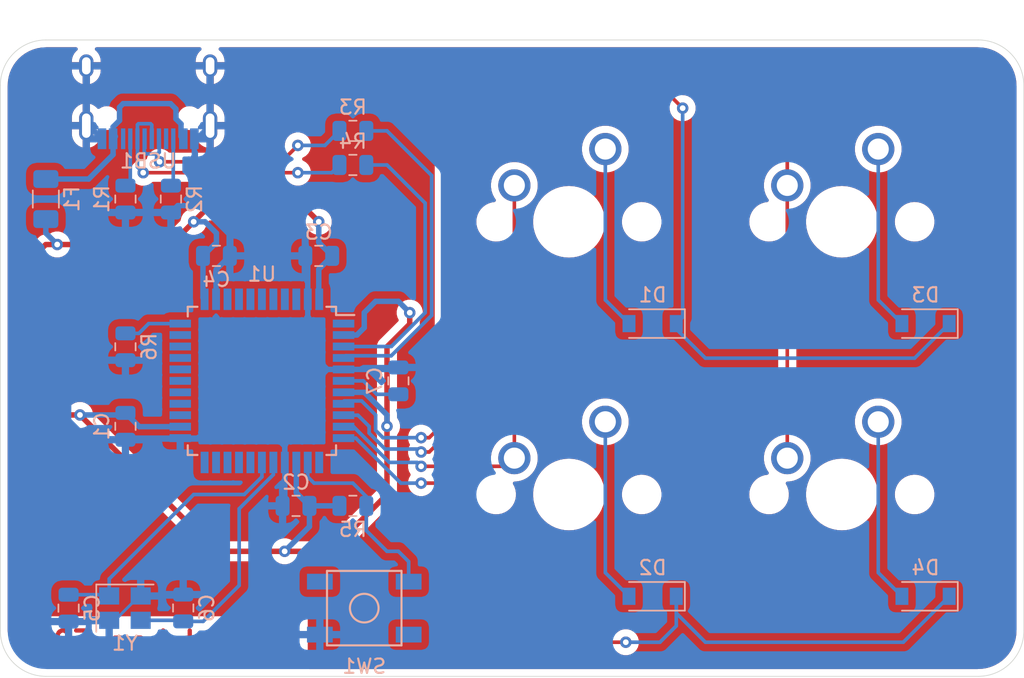
<source format=kicad_pcb>
(kicad_pcb (version 20200518) (host pcbnew "(5.99.0-1822-g1792479ca)")
  (layers (0 "F.Cu" signal) (31 "B.Cu" signal) (34 "B.Paste" user) (35 "F.Paste" user) (36 "B.SilkS" user) (37 "F.SilkS" user) (38 "B.Mask" user) (39 "F.Mask" user) (44 "Edge.Cuts" user))
  (net 0 "")
  (net 1 "GND")
  (net 2 "+5V")
  (net 3 "Net-(C5-Pad2)")
  (net 4 "Net-(C6-Pad1)")
  (net 5 "Net-(C7-Pad2)")
  (net 6 "Net-(D1-Pad2)")
  (net 7 "ROW0")
  (net 8 "Net-(D2-Pad2)")
  (net 9 "ROW1")
  (net 10 "Net-(D3-Pad2)")
  (net 11 "Net-(D4-Pad2)")
  (net 12 "VCC")
  (net 13 "COL0")
  (net 14 "COL1")
  (net 15 "Net-(R1-Pad1)")
  (net 16 "Net-(R2-Pad2)")
  (net 17 "D+")
  (net 18 "Net-(R3-Pad1)")
  (net 19 "D-")
  (net 20 "Net-(R4-Pad1)")
  (net 21 "Net-(R5-Pad2)")
  (net 22 "Net-(R6-Pad2)")
  (net 23 "Net-(U1-Pad42)")
  (net 24 "Net-(U1-Pad41)")
  (net 25 "Net-(U1-Pad40)")
  (net 26 "Net-(U1-Pad39)")
  (net 27 "Net-(U1-Pad38)")
  (net 28 "Net-(U1-Pad37)")
  (net 29 "Net-(U1-Pad36)")
  (net 30 "Net-(U1-Pad32)")
  (net 31 "Net-(U1-Pad31)")
  (net 32 "Net-(U1-Pad30)")
  (net 33 "Net-(U1-Pad29)")
  (net 34 "Net-(U1-Pad28)")
  (net 35 "Net-(U1-Pad27)")
  (net 36 "Net-(U1-Pad26)")
  (net 37 "Net-(U1-Pad25)")
  (net 38 "Net-(U1-Pad22)")
  (net 39 "Net-(U1-Pad21)")
  (net 40 "Net-(U1-Pad20)")
  (net 41 "Net-(U1-Pad19)")
  (net 42 "Net-(U1-Pad18)")
  (net 43 "Net-(U1-Pad12)")
  (net 44 "Net-(U1-Pad1)")
  (net 45 "Net-(USB1-Pad3)")
  (net 46 "Net-(USB1-Pad9)")
  (module "MX_Only:MXOnly-1U-NoLED" (layer "F.Cu") (at 193.675 117.475)
    (fp_text reference "MX4")
    (fp_text value "MX-NoLED")
    (pad "2" thru_hole circle (at 2.54 -5.08) (size 2.25 2.25) (drill 1.47) (layers *.Cu "B.Mask") (net 11 "Net-(D4-Pad2)"))
    (pad "" np_thru_hole circle (at 0 0) (size 3.9878 3.9878) (drill 3.9878) (layers *.Cu *.Mask))
    (pad "1" thru_hole circle (at -3.81 -2.54) (size 2.25 2.25) (drill 1.47) (layers *.Cu "B.Mask") (net 14 "COL1"))
    (pad "" np_thru_hole circle (at -5.08 0 48.0996) (size 1.75 1.75) (drill 1.75) (layers *.Cu *.Mask))
    (pad "" np_thru_hole circle (at 5.08 0 48.0996) (size 1.75 1.75) (drill 1.75) (layers *.Cu *.Mask))
  )
  (module "MX_Only:MXOnly-1U-NoLED" (layer "F.Cu") (at 193.675 98.425)
    (fp_text reference "MX3")
    (fp_text value "MX-NoLED")
    (pad "2" thru_hole circle (at 2.54 -5.08) (size 2.25 2.25) (drill 1.47) (layers *.Cu "B.Mask") (net 10 "Net-(D3-Pad2)"))
    (pad "" np_thru_hole circle (at 0 0) (size 3.9878 3.9878) (drill 3.9878) (layers *.Cu *.Mask))
    (pad "1" thru_hole circle (at -3.81 -2.54) (size 2.25 2.25) (drill 1.47) (layers *.Cu "B.Mask") (net 14 "COL1"))
    (pad "" np_thru_hole circle (at -5.08 0 48.0996) (size 1.75 1.75) (drill 1.75) (layers *.Cu *.Mask))
    (pad "" np_thru_hole circle (at 5.08 0 48.0996) (size 1.75 1.75) (drill 1.75) (layers *.Cu *.Mask))
  )
  (module "MX_Only:MXOnly-1U-NoLED" (layer "F.Cu") (at 174.625 117.475)
    (fp_text reference "MX2")
    (fp_text value "MX-NoLED")
    (pad "2" thru_hole circle (at 2.54 -5.08) (size 2.25 2.25) (drill 1.47) (layers *.Cu "B.Mask") (net 8 "Net-(D2-Pad2)"))
    (pad "" np_thru_hole circle (at 0 0) (size 3.9878 3.9878) (drill 3.9878) (layers *.Cu *.Mask))
    (pad "1" thru_hole circle (at -3.81 -2.54) (size 2.25 2.25) (drill 1.47) (layers *.Cu "B.Mask") (net 13 "COL0"))
    (pad "" np_thru_hole circle (at -5.08 0 48.0996) (size 1.75 1.75) (drill 1.75) (layers *.Cu *.Mask))
    (pad "" np_thru_hole circle (at 5.08 0 48.0996) (size 1.75 1.75) (drill 1.75) (layers *.Cu *.Mask))
  )
  (module "MX_Only:MXOnly-1U-NoLED" (layer "F.Cu") (at 174.625 98.425)
    (fp_text reference "MX1")
    (fp_text value "MX-NoLED")
    (pad "2" thru_hole circle (at 2.54 -5.08) (size 2.25 2.25) (drill 1.47) (layers *.Cu "B.Mask") (net 6 "Net-(D1-Pad2)"))
    (pad "" np_thru_hole circle (at 0 0) (size 3.9878 3.9878) (drill 3.9878) (layers *.Cu *.Mask))
    (pad "1" thru_hole circle (at -3.81 -2.54) (size 2.25 2.25) (drill 1.47) (layers *.Cu "B.Mask") (net 13 "COL0"))
    (pad "" np_thru_hole circle (at -5.08 0 48.0996) (size 1.75 1.75) (drill 1.75) (layers *.Cu *.Mask))
    (pad "" np_thru_hole circle (at 5.08 0 48.0996) (size 1.75 1.75) (drill 1.75) (layers *.Cu *.Mask))
  )
  (module "Crystal:Crystal_SMD_3225-4Pin_3.2x2.5mm" (layer "B.Cu") (at 143.633 125.4125)
    (fp_text reference "Y1" (at 0 2.45) (layer "B.SilkS") (effects (justify mirror)))
    (fp_text value "16MHz")
    (fp_line (start -2 -1.65) (end 2 -1.65) (layer "B.SilkS") (width 0.12))
    (fp_line (start -2 1.65) (end -2 -1.65) (layer "B.SilkS") (width 0.12))
    (pad "4" smd rect (at -1.1 0.85) (size 1.4 1.2) (layers "B.Cu" "B.Paste" "B.Mask") (net 1 "GND"))
    (pad "3" smd rect (at 1.1 0.85) (size 1.4 1.2) (layers "B.Cu" "B.Paste" "B.Mask") (net 4 "Net-(C6-Pad1)"))
    (pad "2" smd rect (at 1.1 -0.85) (size 1.4 1.2) (layers "B.Cu" "B.Paste" "B.Mask") (net 1 "GND"))
    (pad "1" smd rect (at -1.1 -0.85) (size 1.4 1.2) (layers "B.Cu" "B.Paste" "B.Mask") (net 3 "Net-(C5-Pad2)"))
  )
  (module "Type-C-library:HRO-TYPE-C-31-M-12" (layer "B.Cu") (at 145.25625 84.93125)
    (fp_text reference "USB1" (at 0 9.25) (layer "B.SilkS") (effects (justify mirror)))
    (fp_text value "HRO-TYPE-C-31-M-12")
    (pad "12" smd rect (at 3.225 7.695) (size 0.6 1.45) (layers "B.Cu" "B.Paste" "B.Mask") (net 1 "GND"))
    (pad "1" smd rect (at -3.225 7.695) (size 0.6 1.45) (layers "B.Cu" "B.Paste" "B.Mask") (net 1 "GND"))
    (pad "11" smd rect (at 2.45 7.695) (size 0.6 1.45) (layers "B.Cu" "B.Paste" "B.Mask") (net 12 "VCC"))
    (pad "2" smd rect (at -2.45 7.695) (size 0.6 1.45) (layers "B.Cu" "B.Paste" "B.Mask") (net 12 "VCC"))
    (pad "3" smd rect (at -1.75 7.695) (size 0.3 1.45) (layers "B.Cu" "B.Paste" "B.Mask") (net 45 "Net-(USB1-Pad3)"))
    (pad "10" smd rect (at 1.75 7.695) (size 0.3 1.45) (layers "B.Cu" "B.Paste" "B.Mask") (net 16 "Net-(R2-Pad2)"))
    (pad "4" smd rect (at -1.25 7.695) (size 0.3 1.45) (layers "B.Cu" "B.Paste" "B.Mask") (net 15 "Net-(R1-Pad1)"))
    (pad "9" smd rect (at 1.25 7.695) (size 0.3 1.45) (layers "B.Cu" "B.Paste" "B.Mask") (net 46 "Net-(USB1-Pad9)"))
    (pad "5" smd rect (at -0.75 7.695) (size 0.3 1.45) (layers "B.Cu" "B.Paste" "B.Mask") (net 19 "D-"))
    (pad "8" smd rect (at 0.75 7.695) (size 0.3 1.45) (layers "B.Cu" "B.Paste" "B.Mask") (net 17 "D+"))
    (pad "7" smd rect (at 0.25 7.695) (size 0.3 1.45) (layers "B.Cu" "B.Paste" "B.Mask") (net 19 "D-"))
    (pad "6" smd rect (at -0.25 7.695) (size 0.3 1.45) (layers "B.Cu" "B.Paste" "B.Mask") (net 17 "D+"))
    (pad "" np_thru_hole circle (at 2.89 6.25) (size 0.65 0.65) (drill 0.65) (layers *.Cu *.Mask))
    (pad "" np_thru_hole circle (at -2.89 6.25) (size 0.65 0.65) (drill 0.65) (layers *.Cu *.Mask))
    (pad "13" thru_hole oval (at -4.32 6.78) (size 1 2.1) (drill oval 0.6 1.7) (layers *.Cu "F.Mask") (net 1 "GND"))
    (pad "13" thru_hole oval (at 4.32 6.78) (size 1 2.1) (drill oval 0.6 1.7) (layers *.Cu "F.Mask") (net 1 "GND"))
    (pad "13" thru_hole oval (at -4.32 2.6) (size 1 1.6) (drill oval 0.6 1.2) (layers *.Cu "F.Mask") (net 1 "GND"))
    (pad "13" thru_hole oval (at 4.32 2.6) (size 1 1.6) (drill oval 0.6 1.2) (layers *.Cu "F.Mask") (net 1 "GND"))
  )
  (module "Package_QFP:TQFP-44_10x10mm_P0.8mm" (layer "B.Cu") (at 153.19375 109.5375 180)
    (fp_text reference "U1" (at 0 7.45) (layer "B.SilkS") (effects (justify mirror)))
    (fp_text value "ATmega32U4-AU")
    (fp_line (start -5.175 4.6) (end -6.45 4.6) (layer "B.SilkS") (width 0.15))
    (fp_line (start 5.175 5.175) (end 4.5 5.175) (layer "B.SilkS") (width 0.15))
    (fp_line (start 5.175 -5.175) (end 4.5 -5.175) (layer "B.SilkS") (width 0.15))
    (fp_line (start -5.175 -5.175) (end -4.5 -5.175) (layer "B.SilkS") (width 0.15))
    (fp_line (start -5.175 5.175) (end -4.5 5.175) (layer "B.SilkS") (width 0.15))
    (fp_line (start -5.175 -5.175) (end -5.175 -4.5) (layer "B.SilkS") (width 0.15))
    (fp_line (start 5.175 -5.175) (end 5.175 -4.5) (layer "B.SilkS") (width 0.15))
    (fp_line (start 5.175 5.175) (end 5.175 4.5) (layer "B.SilkS") (width 0.15))
    (fp_line (start -5.175 5.175) (end -5.175 4.6) (layer "B.SilkS") (width 0.15))
    (pad "44" smd rect (at -4 5.7 90) (size 1.5 0.55) (layers "B.Cu" "B.Paste" "B.Mask") (net 2 "+5V"))
    (pad "43" smd rect (at -3.2 5.7 90) (size 1.5 0.55) (layers "B.Cu" "B.Paste" "B.Mask") (net 1 "GND"))
    (pad "42" smd rect (at -2.4 5.7 90) (size 1.5 0.55) (layers "B.Cu" "B.Paste" "B.Mask") (net 23 "Net-(U1-Pad42)"))
    (pad "41" smd rect (at -1.6 5.7 90) (size 1.5 0.55) (layers "B.Cu" "B.Paste" "B.Mask") (net 24 "Net-(U1-Pad41)"))
    (pad "40" smd rect (at -0.8 5.7 90) (size 1.5 0.55) (layers "B.Cu" "B.Paste" "B.Mask") (net 25 "Net-(U1-Pad40)"))
    (pad "39" smd rect (at 0 5.7 90) (size 1.5 0.55) (layers "B.Cu" "B.Paste" "B.Mask") (net 26 "Net-(U1-Pad39)"))
    (pad "38" smd rect (at 0.8 5.7 90) (size 1.5 0.55) (layers "B.Cu" "B.Paste" "B.Mask") (net 27 "Net-(U1-Pad38)"))
    (pad "37" smd rect (at 1.6 5.7 90) (size 1.5 0.55) (layers "B.Cu" "B.Paste" "B.Mask") (net 28 "Net-(U1-Pad37)"))
    (pad "36" smd rect (at 2.4 5.7 90) (size 1.5 0.55) (layers "B.Cu" "B.Paste" "B.Mask") (net 29 "Net-(U1-Pad36)"))
    (pad "35" smd rect (at 3.2 5.7 90) (size 1.5 0.55) (layers "B.Cu" "B.Paste" "B.Mask") (net 1 "GND"))
    (pad "34" smd rect (at 4 5.7 90) (size 1.5 0.55) (layers "B.Cu" "B.Paste" "B.Mask") (net 2 "+5V"))
    (pad "33" smd rect (at 5.7 4 180) (size 1.5 0.55) (layers "B.Cu" "B.Paste" "B.Mask") (net 22 "Net-(R6-Pad2)"))
    (pad "32" smd rect (at 5.7 3.2 180) (size 1.5 0.55) (layers "B.Cu" "B.Paste" "B.Mask") (net 30 "Net-(U1-Pad32)"))
    (pad "31" smd rect (at 5.7 2.4 180) (size 1.5 0.55) (layers "B.Cu" "B.Paste" "B.Mask") (net 31 "Net-(U1-Pad31)"))
    (pad "30" smd rect (at 5.7 1.6 180) (size 1.5 0.55) (layers "B.Cu" "B.Paste" "B.Mask") (net 32 "Net-(U1-Pad30)"))
    (pad "29" smd rect (at 5.7 0.8 180) (size 1.5 0.55) (layers "B.Cu" "B.Paste" "B.Mask") (net 33 "Net-(U1-Pad29)"))
    (pad "28" smd rect (at 5.7 0 180) (size 1.5 0.55) (layers "B.Cu" "B.Paste" "B.Mask") (net 34 "Net-(U1-Pad28)"))
    (pad "27" smd rect (at 5.7 -0.8 180) (size 1.5 0.55) (layers "B.Cu" "B.Paste" "B.Mask") (net 35 "Net-(U1-Pad27)"))
    (pad "26" smd rect (at 5.7 -1.6 180) (size 1.5 0.55) (layers "B.Cu" "B.Paste" "B.Mask") (net 36 "Net-(U1-Pad26)"))
    (pad "25" smd rect (at 5.7 -2.4 180) (size 1.5 0.55) (layers "B.Cu" "B.Paste" "B.Mask") (net 37 "Net-(U1-Pad25)"))
    (pad "24" smd rect (at 5.7 -3.2 180) (size 1.5 0.55) (layers "B.Cu" "B.Paste" "B.Mask") (net 2 "+5V"))
    (pad "23" smd rect (at 5.7 -4 180) (size 1.5 0.55) (layers "B.Cu" "B.Paste" "B.Mask") (net 1 "GND"))
    (pad "22" smd rect (at 4 -5.7 90) (size 1.5 0.55) (layers "B.Cu" "B.Paste" "B.Mask") (net 38 "Net-(U1-Pad22)"))
    (pad "21" smd rect (at 3.2 -5.7 90) (size 1.5 0.55) (layers "B.Cu" "B.Paste" "B.Mask") (net 39 "Net-(U1-Pad21)"))
    (pad "20" smd rect (at 2.4 -5.7 90) (size 1.5 0.55) (layers "B.Cu" "B.Paste" "B.Mask") (net 40 "Net-(U1-Pad20)"))
    (pad "19" smd rect (at 1.6 -5.7 90) (size 1.5 0.55) (layers "B.Cu" "B.Paste" "B.Mask") (net 41 "Net-(U1-Pad19)"))
    (pad "18" smd rect (at 0.8 -5.7 90) (size 1.5 0.55) (layers "B.Cu" "B.Paste" "B.Mask") (net 42 "Net-(U1-Pad18)"))
    (pad "17" smd rect (at 0 -5.7 90) (size 1.5 0.55) (layers "B.Cu" "B.Paste" "B.Mask") (net 3 "Net-(C5-Pad2)"))
    (pad "16" smd rect (at -0.8 -5.7 90) (size 1.5 0.55) (layers "B.Cu" "B.Paste" "B.Mask") (net 4 "Net-(C6-Pad1)"))
    (pad "15" smd rect (at -1.6 -5.7 90) (size 1.5 0.55) (layers "B.Cu" "B.Paste" "B.Mask") (net 1 "GND"))
    (pad "14" smd rect (at -2.4 -5.7 90) (size 1.5 0.55) (layers "B.Cu" "B.Paste" "B.Mask") (net 2 "+5V"))
    (pad "13" smd rect (at -3.2 -5.7 90) (size 1.5 0.55) (layers "B.Cu" "B.Paste" "B.Mask") (net 21 "Net-(R5-Pad2)"))
    (pad "12" smd rect (at -4 -5.7 90) (size 1.5 0.55) (layers "B.Cu" "B.Paste" "B.Mask") (net 43 "Net-(U1-Pad12)"))
    (pad "11" smd rect (at -5.7 -4 180) (size 1.5 0.55) (layers "B.Cu" "B.Paste" "B.Mask") (net 9 "ROW1"))
    (pad "10" smd rect (at -5.7 -3.2 180) (size 1.5 0.55) (layers "B.Cu" "B.Paste" "B.Mask") (net 13 "COL0"))
    (pad "9" smd rect (at -5.7 -2.4 180) (size 1.5 0.55) (layers "B.Cu" "B.Paste" "B.Mask") (net 7 "ROW0"))
    (pad "8" smd rect (at -5.7 -1.6 180) (size 1.5 0.55) (layers "B.Cu" "B.Paste" "B.Mask") (net 14 "COL1"))
    (pad "7" smd rect (at -5.7 -0.8 180) (size 1.5 0.55) (layers "B.Cu" "B.Paste" "B.Mask") (net 2 "+5V"))
    (pad "6" smd rect (at -5.7 0 180) (size 1.5 0.55) (layers "B.Cu" "B.Paste" "B.Mask") (net 5 "Net-(C7-Pad2)"))
    (pad "5" smd rect (at -5.7 0.8 180) (size 1.5 0.55) (layers "B.Cu" "B.Paste" "B.Mask") (net 1 "GND"))
    (pad "4" smd rect (at -5.7 1.6 180) (size 1.5 0.55) (layers "B.Cu" "B.Paste" "B.Mask") (net 18 "Net-(R3-Pad1)"))
    (pad "3" smd rect (at -5.7 2.4 180) (size 1.5 0.55) (layers "B.Cu" "B.Paste" "B.Mask") (net 20 "Net-(R4-Pad1)"))
    (pad "2" smd rect (at -5.7 3.2 180) (size 1.5 0.55) (layers "B.Cu" "B.Paste" "B.Mask") (net 2 "+5V"))
    (pad "1" smd rect (at -5.7 4 180) (size 1.5 0.55) (layers "B.Cu" "B.Paste" "B.Mask") (net 44 "Net-(U1-Pad1)"))
  )
  (module "random keyboard parts:SKQG-1155865" (layer "B.Cu") (at 160.3375 125.4125 180)
    (fp_text reference "SW1" (at 0 -4.064) (layer "B.SilkS") (effects (justify mirror)))
    (fp_text value "SW_Push")
    (fp_line (start -2.6 2.6) (end 2.6 2.6) (layer "B.SilkS") (width 0.15))
    (fp_line (start 2.6 2.6) (end 2.6 -2.6) (layer "B.SilkS") (width 0.15))
    (fp_line (start 2.6 -2.6) (end -2.6 -2.6) (layer "B.SilkS") (width 0.15))
    (fp_line (start -2.6 -2.6) (end -2.6 2.6) (layer "B.SilkS") (width 0.15))
    (fp_circle (center 0 0) (end 1 0) (layer "B.SilkS") (width 0.15))
    (pad "4" smd rect (at -3.1 -1.85 180) (size 1.8 1.1) (layers "B.Cu" "B.Paste" "B.Mask"))
    (pad "3" smd rect (at 3.1 1.85 180) (size 1.8 1.1) (layers "B.Cu" "B.Paste" "B.Mask"))
    (pad "2" smd rect (at -3.1 1.85 180) (size 1.8 1.1) (layers "B.Cu" "B.Paste" "B.Mask") (net 21 "Net-(R5-Pad2)"))
    (pad "1" smd rect (at 3.1 -1.85 180) (size 1.8 1.1) (layers "B.Cu" "B.Paste" "B.Mask") (net 1 "GND"))
  )
  (module "Resistor_SMD:R_0805_2012Metric" (layer "B.Cu") (at 143.66875 107.15625 90)
    (fp_text reference "R6" (at 0 1.65 90) (layer "B.SilkS") (effects (justify mirror)))
    (fp_text value "10k")
    (fp_line (start -0.258578 -0.71) (end 0.258578 -0.71) (layer "B.SilkS") (width 0.12))
    (fp_line (start -0.258578 0.71) (end 0.258578 0.71) (layer "B.SilkS") (width 0.12))
    (pad "2" smd roundrect (at 0.9375 0 90) (size 0.975 1.4) (layers "B.Cu" "B.Paste" "B.Mask") (net 22 "Net-(R6-Pad2)"))
    (pad "1" smd roundrect (at -0.9375 0 90) (size 0.975 1.4) (layers "B.Cu" "B.Paste" "B.Mask") (net 1 "GND"))
  )
  (module "Resistor_SMD:R_0805_2012Metric" (layer "B.Cu") (at 159.54375 118.26875)
    (fp_text reference "R5" (at 0 1.65) (layer "B.SilkS") (effects (justify mirror)))
    (fp_text value "10k")
    (fp_line (start -0.258578 -0.71) (end 0.258578 -0.71) (layer "B.SilkS") (width 0.12))
    (fp_line (start -0.258578 0.71) (end 0.258578 0.71) (layer "B.SilkS") (width 0.12))
    (pad "2" smd roundrect (at 0.9375 0) (size 0.975 1.4) (layers "B.Cu" "B.Paste" "B.Mask") (net 21 "Net-(R5-Pad2)"))
    (pad "1" smd roundrect (at -0.9375 0) (size 0.975 1.4) (layers "B.Cu" "B.Paste" "B.Mask") (net 2 "+5V"))
  )
  (module "Resistor_SMD:R_0805_2012Metric" (layer "B.Cu") (at 159.54375 94.45625 180)
    (fp_text reference "R4" (at 0 1.65) (layer "B.SilkS") (effects (justify mirror)))
    (fp_text value "22")
    (fp_line (start -0.258578 -0.71) (end 0.258578 -0.71) (layer "B.SilkS") (width 0.12))
    (fp_line (start -0.258578 0.71) (end 0.258578 0.71) (layer "B.SilkS") (width 0.12))
    (pad "2" smd roundrect (at 0.9375 0 180) (size 0.975 1.4) (layers "B.Cu" "B.Paste" "B.Mask") (net 19 "D-"))
    (pad "1" smd roundrect (at -0.9375 0 180) (size 0.975 1.4) (layers "B.Cu" "B.Paste" "B.Mask") (net 20 "Net-(R4-Pad1)"))
  )
  (module "Resistor_SMD:R_0805_2012Metric" (layer "B.Cu") (at 159.54375 92.075 180)
    (fp_text reference "R3" (at 0 1.65) (layer "B.SilkS") (effects (justify mirror)))
    (fp_text value "22")
    (fp_line (start -0.258578 -0.71) (end 0.258578 -0.71) (layer "B.SilkS") (width 0.12))
    (fp_line (start -0.258578 0.71) (end 0.258578 0.71) (layer "B.SilkS") (width 0.12))
    (pad "2" smd roundrect (at 0.9375 0 180) (size 0.975 1.4) (layers "B.Cu" "B.Paste" "B.Mask") (net 17 "D+"))
    (pad "1" smd roundrect (at -0.9375 0 180) (size 0.975 1.4) (layers "B.Cu" "B.Paste" "B.Mask") (net 18 "Net-(R3-Pad1)"))
  )
  (module "Resistor_SMD:R_0805_2012Metric" (layer "B.Cu") (at 146.84375 96.8375 90)
    (fp_text reference "R2" (at 0 1.65 90) (layer "B.SilkS") (effects (justify mirror)))
    (fp_text value "5.1k")
    (fp_line (start -0.258578 -0.71) (end 0.258578 -0.71) (layer "B.SilkS") (width 0.12))
    (fp_line (start -0.258578 0.71) (end 0.258578 0.71) (layer "B.SilkS") (width 0.12))
    (pad "2" smd roundrect (at 0.9375 0 90) (size 0.975 1.4) (layers "B.Cu" "B.Paste" "B.Mask") (net 16 "Net-(R2-Pad2)"))
    (pad "1" smd roundrect (at -0.9375 0 90) (size 0.975 1.4) (layers "B.Cu" "B.Paste" "B.Mask") (net 1 "GND"))
  )
  (module "Resistor_SMD:R_0805_2012Metric" (layer "B.Cu") (at 143.66875 96.8375 -90)
    (fp_text reference "R1" (at 0 1.65 90) (layer "B.SilkS") (effects (justify mirror)))
    (fp_text value "5.1k")
    (fp_line (start -0.258578 -0.71) (end 0.258578 -0.71) (layer "B.SilkS") (width 0.12))
    (fp_line (start -0.258578 0.71) (end 0.258578 0.71) (layer "B.SilkS") (width 0.12))
    (pad "2" smd roundrect (at 0.9375 0 270) (size 0.975 1.4) (layers "B.Cu" "B.Paste" "B.Mask") (net 1 "GND"))
    (pad "1" smd roundrect (at -0.9375 0 270) (size 0.975 1.4) (layers "B.Cu" "B.Paste" "B.Mask") (net 15 "Net-(R1-Pad1)"))
  )
  (module "Fuse:Fuse_1206_3216Metric" (layer "B.Cu") (at 138.1125 96.8375 90)
    (fp_text reference "F1" (at 0 1.82 90) (layer "B.SilkS") (effects (justify mirror)))
    (fp_text value "500mA")
    (fp_line (start -0.602064 -0.91) (end 0.602064 -0.91) (layer "B.SilkS") (width 0.12))
    (fp_line (start -0.602064 0.91) (end 0.602064 0.91) (layer "B.SilkS") (width 0.12))
    (pad "2" smd roundrect (at 1.4 0 90) (size 1.25 1.75) (layers "B.Cu" "B.Paste" "B.Mask") (roundrect_rratio 0.2) (net 12 "VCC"))
    (pad "1" smd roundrect (at -1.4 0 90) (size 1.25 1.75) (layers "B.Cu" "B.Paste" "B.Mask") (roundrect_rratio 0.2) (net 2 "+5V"))
  )
  (module "Diode_SMD:D_SOD-123" (layer "B.Cu") (at 199.517 124.587 180)
    (fp_text reference "D4" (at 0 2) (layer "B.SilkS") (effects (justify mirror)))
    (fp_text value "SOD-123")
    (fp_line (start -2.25 1) (end 1.65 1) (layer "B.SilkS") (width 0.12))
    (fp_line (start -2.25 -1) (end 1.65 -1) (layer "B.SilkS") (width 0.12))
    (fp_line (start -2.25 1) (end -2.25 -1) (layer "B.SilkS") (width 0.12))
    (pad "2" smd rect (at 1.65 0 180) (size 0.9 1.2) (layers "B.Cu" "B.Paste" "B.Mask") (net 11 "Net-(D4-Pad2)"))
    (pad "1" smd rect (at -1.65 0 180) (size 0.9 1.2) (layers "B.Cu" "B.Paste" "B.Mask") (net 9 "ROW1"))
  )
  (module "Diode_SMD:D_SOD-123" (layer "B.Cu") (at 199.516 105.537 180)
    (fp_text reference "D3" (at 0 2) (layer "B.SilkS") (effects (justify mirror)))
    (fp_text value "SOD-123")
    (fp_line (start -2.25 1) (end 1.65 1) (layer "B.SilkS") (width 0.12))
    (fp_line (start -2.25 -1) (end 1.65 -1) (layer "B.SilkS") (width 0.12))
    (fp_line (start -2.25 1) (end -2.25 -1) (layer "B.SilkS") (width 0.12))
    (pad "2" smd rect (at 1.65 0 180) (size 0.9 1.2) (layers "B.Cu" "B.Paste" "B.Mask") (net 10 "Net-(D3-Pad2)"))
    (pad "1" smd rect (at -1.65 0 180) (size 0.9 1.2) (layers "B.Cu" "B.Paste" "B.Mask") (net 7 "ROW0"))
  )
  (module "Diode_SMD:D_SOD-123" (layer "B.Cu") (at 180.467 124.587 180)
    (fp_text reference "D2" (at 0 2) (layer "B.SilkS") (effects (justify mirror)))
    (fp_text value "SOD-123")
    (fp_line (start -2.25 1) (end 1.65 1) (layer "B.SilkS") (width 0.12))
    (fp_line (start -2.25 -1) (end 1.65 -1) (layer "B.SilkS") (width 0.12))
    (fp_line (start -2.25 1) (end -2.25 -1) (layer "B.SilkS") (width 0.12))
    (pad "2" smd rect (at 1.65 0 180) (size 0.9 1.2) (layers "B.Cu" "B.Paste" "B.Mask") (net 8 "Net-(D2-Pad2)"))
    (pad "1" smd rect (at -1.65 0 180) (size 0.9 1.2) (layers "B.Cu" "B.Paste" "B.Mask") (net 9 "ROW1"))
  )
  (module "Diode_SMD:D_SOD-123" (layer "B.Cu") (at 180.467 105.537 180)
    (fp_text reference "D1" (at 0 2) (layer "B.SilkS") (effects (justify mirror)))
    (fp_text value "SOD-123")
    (fp_line (start -2.25 1) (end 1.65 1) (layer "B.SilkS") (width 0.12))
    (fp_line (start -2.25 -1) (end 1.65 -1) (layer "B.SilkS") (width 0.12))
    (fp_line (start -2.25 1) (end -2.25 -1) (layer "B.SilkS") (width 0.12))
    (pad "2" smd rect (at 1.65 0 180) (size 0.9 1.2) (layers "B.Cu" "B.Paste" "B.Mask") (net 6 "Net-(D1-Pad2)"))
    (pad "1" smd rect (at -1.65 0 180) (size 0.9 1.2) (layers "B.Cu" "B.Paste" "B.Mask") (net 7 "ROW0"))
  )
  (module "Capacitor_SMD:C_0805_2012Metric" (layer "B.Cu") (at 162.71875 109.5375 -90)
    (fp_text reference "C7" (at 0 1.65 90) (layer "B.SilkS") (effects (justify mirror)))
    (fp_text value "1uF")
    (fp_line (start -0.258578 -0.71) (end 0.258578 -0.71) (layer "B.SilkS") (width 0.12))
    (fp_line (start -0.258578 0.71) (end 0.258578 0.71) (layer "B.SilkS") (width 0.12))
    (pad "2" smd roundrect (at 0.9375 0 270) (size 0.975 1.4) (layers "B.Cu" "B.Paste" "B.Mask") (net 5 "Net-(C7-Pad2)"))
    (pad "1" smd roundrect (at -0.9375 0 270) (size 0.975 1.4) (layers "B.Cu" "B.Paste" "B.Mask") (net 1 "GND"))
  )
  (module "Capacitor_SMD:C_0805_2012Metric" (layer "B.Cu") (at 147.701 125.4005 90)
    (fp_text reference "C6" (at 0 1.65 90) (layer "B.SilkS") (effects (justify mirror)))
    (fp_text value "22pF")
    (fp_line (start -0.258578 -0.71) (end 0.258578 -0.71) (layer "B.SilkS") (width 0.12))
    (fp_line (start -0.258578 0.71) (end 0.258578 0.71) (layer "B.SilkS") (width 0.12))
    (pad "2" smd roundrect (at 0.9375 0 90) (size 0.975 1.4) (layers "B.Cu" "B.Paste" "B.Mask") (net 1 "GND"))
    (pad "1" smd roundrect (at -0.9375 0 90) (size 0.975 1.4) (layers "B.Cu" "B.Paste" "B.Mask") (net 4 "Net-(C6-Pad1)"))
  )
  (module "Capacitor_SMD:C_0805_2012Metric" (layer "B.Cu") (at 139.7 125.4125 90)
    (fp_text reference "C5" (at 0 1.65 90) (layer "B.SilkS") (effects (justify mirror)))
    (fp_text value "22pF")
    (fp_line (start -0.258578 -0.71) (end 0.258578 -0.71) (layer "B.SilkS") (width 0.12))
    (fp_line (start -0.258578 0.71) (end 0.258578 0.71) (layer "B.SilkS") (width 0.12))
    (pad "2" smd roundrect (at 0.9375 0 90) (size 0.975 1.4) (layers "B.Cu" "B.Paste" "B.Mask") (net 3 "Net-(C5-Pad2)"))
    (pad "1" smd roundrect (at -0.9375 0 90) (size 0.975 1.4) (layers "B.Cu" "B.Paste" "B.Mask") (net 1 "GND"))
  )
  (module "Capacitor_SMD:C_0805_2012Metric" (layer "B.Cu") (at 150.01875 100.80625)
    (fp_text reference "C4" (at 0 1.65) (layer "B.SilkS") (effects (justify mirror)))
    (fp_text value "10uF")
    (fp_line (start -0.258578 -0.71) (end 0.258578 -0.71) (layer "B.SilkS") (width 0.12))
    (fp_line (start -0.258578 0.71) (end 0.258578 0.71) (layer "B.SilkS") (width 0.12))
    (pad "2" smd roundrect (at 0.9375 0) (size 0.975 1.4) (layers "B.Cu" "B.Paste" "B.Mask") (net 1 "GND"))
    (pad "1" smd roundrect (at -0.9375 0) (size 0.975 1.4) (layers "B.Cu" "B.Paste" "B.Mask") (net 2 "+5V"))
  )
  (module "Capacitor_SMD:C_0805_2012Metric" (layer "B.Cu") (at 157.1625 100.80625 180)
    (fp_text reference "C3" (at 0 1.65) (layer "B.SilkS") (effects (justify mirror)))
    (fp_text value "0.1uF")
    (fp_line (start -0.258578 -0.71) (end 0.258578 -0.71) (layer "B.SilkS") (width 0.12))
    (fp_line (start -0.258578 0.71) (end 0.258578 0.71) (layer "B.SilkS") (width 0.12))
    (pad "2" smd roundrect (at 0.9375 0 180) (size 0.975 1.4) (layers "B.Cu" "B.Paste" "B.Mask") (net 1 "GND"))
    (pad "1" smd roundrect (at -0.9375 0 180) (size 0.975 1.4) (layers "B.Cu" "B.Paste" "B.Mask") (net 2 "+5V"))
  )
  (module "Capacitor_SMD:C_0805_2012Metric" (layer "B.Cu") (at 155.575 118.26875 180)
    (fp_text reference "C2" (at 0 1.65) (layer "B.SilkS") (effects (justify mirror)))
    (fp_text value "0.1uF")
    (fp_line (start -0.258578 -0.71) (end 0.258578 -0.71) (layer "B.SilkS") (width 0.12))
    (fp_line (start -0.258578 0.71) (end 0.258578 0.71) (layer "B.SilkS") (width 0.12))
    (pad "2" smd roundrect (at 0.9375 0 180) (size 0.975 1.4) (layers "B.Cu" "B.Paste" "B.Mask") (net 1 "GND"))
    (pad "1" smd roundrect (at -0.9375 0 180) (size 0.975 1.4) (layers "B.Cu" "B.Paste" "B.Mask") (net 2 "+5V"))
  )
  (module "Capacitor_SMD:C_0805_2012Metric" (layer "B.Cu") (at 143.66875 112.7125 -90)
    (fp_text reference "C1" (at 0 1.65 90) (layer "B.SilkS") (effects (justify mirror)))
    (fp_text value "0.1uF")
    (fp_line (start -0.258578 -0.71) (end 0.258578 -0.71) (layer "B.SilkS") (width 0.12))
    (fp_line (start -0.258578 0.71) (end 0.258578 0.71) (layer "B.SilkS") (width 0.12))
    (pad "2" smd roundrect (at 0.9375 0 270) (size 0.975 1.4) (layers "B.Cu" "B.Paste" "B.Mask") (net 1 "GND"))
    (pad "1" smd roundrect (at -0.9375 0 270) (size 0.975 1.4) (layers "B.Cu" "B.Paste" "B.Mask") (net 2 "+5V"))
  )
  (gr_text "ai03 pad type-c" (at 146.05 127.79375) (layer "F.Cu") (effects (font (size 1.5 1.5) (thickness 0.3))))
  (gr_line (start 138.1125 85.725) (end 203.2 85.725) (layer "Edge.Cuts") (width 0.05))
  (gr_line (start 206.375 127) (end 206.375 88.9) (layer "Edge.Cuts") (width 0.05))
  (gr_line (start 138.1125 130.175) (end 203.2 130.175) (layer "Edge.Cuts") (width 0.05))
  (gr_line (start 134.9375 88.9) (end 134.9375 127) (layer "Edge.Cuts") (width 0.05))
  (gr_arc (start 138.1125 88.9) (end 138.1125 85.725) (angle -90) (layer "Edge.Cuts") (width 0.05))
  (gr_arc (start 138.1125 127) (end 134.9375 127) (angle -90) (layer "Edge.Cuts") (width 0.05))
  (gr_arc (start 203.2 127) (end 203.2 130.175) (angle -90) (layer "Edge.Cuts") (width 0.05))
  (gr_arc (start 203.2 88.9) (end 206.375 88.9) (angle -90) (layer "Edge.Cuts") (width 0.05))
  (segment (start 165.89375 116.68125) (end 168.275 119.0625) (width 0.254) (layer "F.Cu") (net 9))
  (segment (start 169.8625 127.79375) (end 178.59375 127.79375) (width 0.254) (layer "F.Cu") (net 9))
  (segment (start 168.275 126.20625) (end 169.8625 127.79375) (width 0.254) (layer "F.Cu") (net 9))
  (segment (start 178.59375 127.79375) (end 180.975 127.79375) (width 0.254) (layer "B.Cu") (net 9))
  (segment (start 168.275 119.0625) (end 168.275 126.20625) (width 0.254) (layer "F.Cu") (net 9))
  (segment (start 164.30625 116.68125) (end 165.89375 116.68125) (width 0.254) (layer "F.Cu") (net 9))
  (segment (start 182.117 124.587) (end 182.117 125.06425) (width 0.25) (layer "B.Cu") (net 9))
  (segment (start 182.117 125.06425) (end 182.117 125.76075) (width 0.25) (layer "B.Cu") (net 9))
  (segment (start 180.975 127.79375) (end 182.117 126.65175) (width 0.254) (layer "B.Cu") (net 9))
  (segment (start 182.117 126.65175) (end 182.117 125.06425) (width 0.254) (layer "B.Cu") (net 9))
  (via (at 178.59375 127.79375) (size 0.8) (drill 0.4) (layers "F.Cu" "B.Cu") (net 9))
  (segment (start 164.30625 115.506256) (end 170.243744 115.506256) (width 0.254) (layer "F.Cu") (net 13))
  (segment (start 170.243744 115.506256) (end 170.815 114.935) (width 0.254) (layer "F.Cu") (net 13))
  (segment (start 166.6875 89.69375) (end 167.48125 88.9) (width 0.254) (layer "F.Cu") (net 7))
  (segment (start 164.30625 114.506253) (end 164.871935 114.506253) (width 0.254) (layer "F.Cu") (net 7))
  (segment (start 167.48125 88.9) (end 180.975 88.9) (width 0.254) (layer "F.Cu") (net 7))
  (segment (start 164.871935 114.506253) (end 166.6875 112.690688) (width 0.254) (layer "F.Cu") (net 7))
  (segment (start 166.6875 112.690688) (end 166.6875 89.69375) (width 0.254) (layer "F.Cu") (net 7))
  (segment (start 180.975 88.9) (end 182.5625 90.4875) (width 0.254) (layer "F.Cu") (net 7))
  (via (at 182.5625 90.4875) (size 0.8) (drill 0.4) (layers "F.Cu" "B.Cu") (net 7))
  (segment (start 182.5625 90.4875) (end 182.5625 105.0915) (width 0.254) (layer "B.Cu") (net 7))
  (segment (start 182.5625 105.0915) (end 182.117 105.537) (width 0.254) (layer "B.Cu") (net 7))
  (segment (start 164.30625 113.50625) (end 164.871935 113.50625) (width 0.254) (layer "F.Cu") (net 14))
  (segment (start 165.89375 89.69375) (end 167.48125 88.10625) (width 0.254) (layer "F.Cu") (net 14))
  (segment (start 165.89375 112.484435) (end 165.89375 89.69375) (width 0.254) (layer "F.Cu") (net 14))
  (segment (start 164.871935 113.50625) (end 165.89375 112.484435) (width 0.254) (layer "F.Cu") (net 14))
  (segment (start 167.48125 88.10625) (end 188.9125 88.10625) (width 0.254) (layer "F.Cu") (net 14))
  (segment (start 188.9125 88.10625) (end 189.865 89.05875) (width 0.254) (layer "F.Cu") (net 14))
  (segment (start 189.865 89.05875) (end 189.865 95.885) (width 0.254) (layer "F.Cu") (net 14))
  (segment (start 162.891589 116.68125) (end 164.30625 116.68125) (width 0.254) (layer "B.Cu") (net 9))
  (via (at 164.30625 116.68125) (size 0.8) (drill 0.4) (layers "F.Cu" "B.Cu") (net 9))
  (segment (start 159.575 113.5375) (end 159.747839 113.5375) (width 0.254) (layer "B.Cu") (net 9))
  (segment (start 159.747839 113.5375) (end 162.891589 116.68125) (width 0.254) (layer "B.Cu") (net 9))
  (segment (start 158.89375 113.5375) (end 159.575 113.5375) (width 0.254) (layer "B.Cu") (net 9))
  (segment (start 164.033248 115.233254) (end 164.30625 115.506256) (width 0.254) (layer "B.Cu") (net 13))
  (via (at 164.30625 115.506256) (size 0.8) (drill 0.4) (layers "F.Cu" "B.Cu") (net 13))
  (segment (start 162.085659 115.233254) (end 164.033248 115.233254) (width 0.254) (layer "B.Cu") (net 13))
  (segment (start 158.89375 112.7375) (end 159.589905 112.7375) (width 0.254) (layer "B.Cu") (net 13))
  (segment (start 159.589905 112.7375) (end 162.085659 115.233254) (width 0.254) (layer "B.Cu") (net 13))
  (segment (start 160.67724 113.182768) (end 161.794472 114.3) (width 0.254) (layer "B.Cu") (net 7))
  (segment (start 158.89375 111.9375) (end 159.89775 111.9375) (width 0.254) (layer "B.Cu") (net 7))
  (segment (start 159.89775 111.9375) (end 160.67724 112.71699) (width 0.254) (layer "B.Cu") (net 7))
  (segment (start 164.099997 114.3) (end 164.30625 114.506253) (width 0.254) (layer "B.Cu") (net 7))
  (segment (start 160.67724 112.71699) (end 160.67724 113.182768) (width 0.254) (layer "B.Cu") (net 7))
  (segment (start 161.794472 114.3) (end 164.099997 114.3) (width 0.254) (layer "B.Cu") (net 7))
  (via (at 164.30625 114.506253) (size 0.8) (drill 0.4) (layers "F.Cu" "B.Cu") (net 7))
  (segment (start 158.935499 110.939501) (end 160.152001 110.939501) (width 0.254) (layer "B.Cu") (net 14))
  (segment (start 158.89375 110.98125) (end 158.935499 110.939501) (width 0.254) (layer "B.Cu") (net 14))
  (segment (start 161.13125 112.994712) (end 161.642788 113.50625) (width 0.254) (layer "B.Cu") (net 14))
  (segment (start 161.642788 113.50625) (end 164.30625 113.50625) (width 0.254) (layer "B.Cu") (net 14))
  (segment (start 160.152001 110.939501) (end 161.13125 111.91875) (width 0.254) (layer "B.Cu") (net 14))
  (segment (start 158.89375 111.1375) (end 158.89375 110.98125) (width 0.254) (layer "B.Cu") (net 14))
  (segment (start 161.13125 111.91875) (end 161.13125 112.994712) (width 0.254) (layer "B.Cu") (net 14))
  (via (at 164.30625 113.50625) (size 0.8) (drill 0.4) (layers "F.Cu" "B.Cu") (net 14))
  (segment (start 150.95625 100.80625) (end 156.225 100.80625) (width 0.381) (layer "B.Cu") (net 1))
  (segment (start 148.601477 97.293477) (end 148.915149 97.293477) (width 0.381) (layer "B.Cu") (net 1))
  (segment (start 147.325273 97.293477) (end 148.601477 97.293477) (width 0.381) (layer "B.Cu") (net 1))
  (segment (start 148.48125 92.62625) (end 148.48125 97.17325) (width 0.381) (layer "B.Cu") (net 1))
  (segment (start 148.48125 97.17325) (end 148.601477 97.293477) (width 0.381) (layer "B.Cu") (net 1))
  (segment (start 148.48125 92.62625) (end 148.66125 92.62625) (width 0.381) (layer "B.Cu") (net 1))
  (segment (start 148.66125 92.62625) (end 149.57625 91.71125) (width 0.381) (layer "B.Cu") (net 1))
  (segment (start 145.843749 93.678251) (end 145.917851 93.678251) (width 0.254) (layer "B.Cu") (net 17))
  (segment (start 154.559 94.234) (end 155.702 93.091) (width 0.254) (layer "F.Cu") (net 17))
  (segment (start 146.05 94.234) (end 154.559 94.234) (width 0.254) (layer "F.Cu") (net 17))
  (segment (start 145.843749 94.027749) (end 146.05 94.234) (width 0.254) (layer "B.Cu") (net 17))
  (segment (start 145.843749 93.678251) (end 145.843749 94.027749) (width 0.254) (layer "B.Cu") (net 17))
  (segment (start 145.094649 93.678251) (end 145.843749 93.678251) (width 0.254) (layer "B.Cu") (net 17))
  (segment (start 155.702 93.091) (end 157.59025 93.091) (width 0.254) (layer "B.Cu") (net 17))
  (segment (start 157.59025 93.091) (end 158.60625 92.075) (width 0.254) (layer "B.Cu") (net 17))
  (via (at 155.702 93.091) (size 0.8) (drill 0.4) (layers "F.Cu" "B.Cu") (net 17))
  (via (at 146.05 94.234) (size 0.8) (drill 0.4) (layers "F.Cu" "B.Cu") (net 17))
  (segment (start 144.50625 92.62625) (end 144.50625 94.59525) (width 0.254) (layer "B.Cu") (net 19))
  (segment (start 144.50625 94.59525) (end 144.907 94.996) (width 0.254) (layer "B.Cu") (net 19))
  (segment (start 144.907 94.996) (end 155.702 94.996) (width 0.254) (layer "F.Cu") (net 19))
  (segment (start 155.702 94.996) (end 158.0665 94.996) (width 0.254) (layer "B.Cu") (net 19))
  (segment (start 158.0665 94.996) (end 158.60625 94.45625) (width 0.254) (layer "B.Cu") (net 19))
  (via (at 144.907 94.996) (size 0.8) (drill 0.4) (layers "F.Cu" "B.Cu") (net 19))
  (via (at 155.702 94.996) (size 0.8) (drill 0.4) (layers "F.Cu" "B.Cu") (net 19))
  (segment (start 147.00625 92.62625) (end 147.00625 95.7375) (width 0.254) (layer "B.Cu") (net 16))
  (segment (start 147.00625 95.7375) (end 146.84375 95.9) (width 0.254) (layer "B.Cu") (net 16))
  (segment (start 144.00625 92.62625) (end 144.00625 95.5625) (width 0.254) (layer "B.Cu") (net 15))
  (segment (start 144.00625 95.5625) (end 143.66875 95.9) (width 0.254) (layer "B.Cu") (net 15))
  (segment (start 145.00625 92.62625) (end 144.99075 92.62625) (width 0.254) (layer "B.Cu") (net 17))
  (segment (start 144.983251 93.566853) (end 145.094649 93.678251) (width 0.254) (layer "B.Cu") (net 17))
  (segment (start 144.983251 92.633749) (end 144.983251 93.566853) (width 0.254) (layer "B.Cu") (net 17))
  (segment (start 145.917851 93.678251) (end 146.029249 93.566853) (width 0.254) (layer "B.Cu") (net 17))
  (segment (start 144.99075 92.62625) (end 144.983251 92.633749) (width 0.254) (layer "B.Cu") (net 17))
  (segment (start 146.029249 93.566853) (end 146.029249 92.649249) (width 0.254) (layer "B.Cu") (net 17))
  (segment (start 146.029249 92.649249) (end 146.00625 92.62625) (width 0.254) (layer "B.Cu") (net 17))
  (segment (start 144.50625 92.62625) (end 144.50625 91.64725) (width 0.254) (layer "B.Cu") (net 19))
  (segment (start 144.50625 91.64725) (end 144.579251 91.574249) (width 0.254) (layer "B.Cu") (net 19))
  (segment (start 144.579251 91.574249) (end 145.417851 91.574249) (width 0.254) (layer "B.Cu") (net 19))
  (segment (start 145.417851 91.574249) (end 145.50625 91.662648) (width 0.254) (layer "B.Cu") (net 19))
  (segment (start 145.50625 91.662648) (end 145.50625 92.62625) (width 0.254) (layer "B.Cu") (net 19))
  (segment (start 147.193 90.551) (end 147.193 91.235098) (width 0.381) (layer "B.Cu") (net 12))
  (segment (start 143.51 90.17) (end 146.685 90.17) (width 0.381) (layer "B.Cu") (net 12))
  (segment (start 146.685 90.17) (end 146.812 90.17) (width 0.381) (layer "B.Cu") (net 12))
  (segment (start 146.812 90.17) (end 147.193 90.551) (width 0.381) (layer "B.Cu") (net 12))
  (segment (start 142.80625 91.800192) (end 143.256 91.350442) (width 0.381) (layer "B.Cu") (net 12))
  (segment (start 143.256 90.424) (end 143.51 90.17) (width 0.381) (layer "B.Cu") (net 12))
  (segment (start 142.80625 92.62625) (end 142.80625 91.800192) (width 0.381) (layer "B.Cu") (net 12))
  (segment (start 143.256 91.350442) (end 143.256 90.424) (width 0.381) (layer "B.Cu") (net 12))
  (segment (start 147.193 91.235098) (end 147.546751 91.588849) (width 0.381) (layer "B.Cu") (net 12))
  (segment (start 147.546751 91.588849) (end 147.546751 92.466751) (width 0.381) (layer "B.Cu") (net 12))
  (segment (start 147.546751 92.466751) (end 147.70625 92.62625) (width 0.381) (layer "B.Cu") (net 12))
  (segment (start 158.89375 107.9375) (end 159.04576 107.78549) (width 0.254) (layer "B.Cu") (net 18))
  (segment (start 165.042472 104.963057) (end 165.042472 95.192472) (width 0.254) (layer "B.Cu") (net 18))
  (segment (start 159.04576 107.78549) (end 162.220039 107.785489) (width 0.254) (layer "B.Cu") (net 18))
  (segment (start 162.220039 107.785489) (end 165.042472 104.963057) (width 0.254) (layer "B.Cu") (net 18))
  (segment (start 165.042472 95.192472) (end 161.925 92.075) (width 0.254) (layer "B.Cu") (net 18))
  (segment (start 161.925 92.075) (end 160.48125 92.075) (width 0.254) (layer "B.Cu") (net 18))
  (segment (start 164.588462 104.775) (end 164.588462 97.119712) (width 0.254) (layer "B.Cu") (net 20))
  (segment (start 164.588462 97.119712) (end 161.925 94.45625) (width 0.254) (layer "B.Cu") (net 20))
  (segment (start 161.925 94.45625) (end 160.48125 94.45625) (width 0.254) (layer "B.Cu") (net 20))
  (segment (start 162.225962 107.1375) (end 164.588462 104.775) (width 0.254) (layer "B.Cu") (net 20))
  (segment (start 158.89375 107.1375) (end 162.225962 107.1375) (width 0.254) (layer "B.Cu") (net 20))
  (segment (start 163.5125 104.775) (end 162.71875 103.98125) (width 0.381) (layer "B.Cu") (net 2))
  (segment (start 161.925 112.7125) (end 161.925 107.15625) (width 0.381) (layer "F.Cu") (net 2))
  (segment (start 161.13125 103.98125) (end 160.3375 104.775) (width 0.381) (layer "B.Cu") (net 2))
  (segment (start 160.3375 104.775) (end 160.3375 105.56875) (width 0.381) (layer "B.Cu") (net 2))
  (segment (start 163.5125 105.56875) (end 163.5125 104.775) (width 0.381) (layer "F.Cu") (net 2))
  (segment (start 162.71875 103.98125) (end 161.13125 103.98125) (width 0.381) (layer "B.Cu") (net 2))
  (segment (start 161.925 107.15625) (end 163.5125 105.56875) (width 0.381) (layer "F.Cu") (net 2))
  (segment (start 160.3375 105.56875) (end 160.3375 105.821652) (width 0.381) (layer "B.Cu") (net 2))
  (segment (start 160.3375 105.821652) (end 159.821652 106.3375) (width 0.381) (layer "B.Cu") (net 2))
  (segment (start 159.821652 106.3375) (end 158.89375 106.3375) (width 0.381) (layer "B.Cu") (net 2))
  (via (at 163.5125 104.775) (size 0.8) (drill 0.4) (layers "F.Cu" "B.Cu") (net 2))
  (segment (start 156.39375 103.8375) (end 156.39375 107.3685) (width 0.381) (layer "B.Cu") (net 1))
  (segment (start 156.39375 107.3685) (end 157.76275 108.7375) (width 0.381) (layer "B.Cu") (net 1))
  (segment (start 155.8375 127.2625) (end 153.19375 124.61875) (width 0.381) (layer "B.Cu") (net 1))
  (segment (start 153.19375 121.44375) (end 154.6375 120) (width 0.381) (layer "B.Cu") (net 1))
  (segment (start 153.19375 124.61875) (end 153.19375 121.44375) (width 0.381) (layer "B.Cu") (net 1))
  (segment (start 157.2375 127.2625) (end 155.8375 127.2625) (width 0.381) (layer "B.Cu") (net 1))
  (segment (start 154.6375 120) (end 154.6375 118.26875) (width 0.381) (layer "B.Cu") (net 1))
  (segment (start 160.48125 120) (end 161.925 121.44375) (width 0.254) (layer "B.Cu") (net 21))
  (segment (start 161.925 121.44375) (end 162.71875 121.44375) (width 0.254) (layer "B.Cu") (net 21))
  (segment (start 160.48125 118.26875) (end 160.48125 120) (width 0.254) (layer "B.Cu") (net 21))
  (segment (start 162.71875 121.44375) (end 163.4375 122.1625) (width 0.254) (layer "B.Cu") (net 21))
  (segment (start 163.4375 122.1625) (end 163.4375 123.5625) (width 0.254) (layer "B.Cu") (net 21))
  (segment (start 149.09325 126.338) (end 151.60625 123.825) (width 0.254) (layer "B.Cu") (net 4))
  (segment (start 147.701 126.338) (end 149.09325 126.338) (width 0.254) (layer "B.Cu") (net 4))
  (segment (start 151.60625 118.471066) (end 153.99375 116.083566) (width 0.254) (layer "B.Cu") (net 4))
  (segment (start 151.60625 123.825) (end 151.60625 118.471066) (width 0.254) (layer "B.Cu") (net 4))
  (segment (start 153.99375 116.083566) (end 153.99375 115.2375) (width 0.254) (layer "B.Cu") (net 4))
  (segment (start 153.19375 116.2415) (end 151.96025 117.475) (width 0.254) (layer "B.Cu") (net 3))
  (segment (start 151.96025 117.475) (end 148.43125 117.475) (width 0.254) (layer "B.Cu") (net 3))
  (segment (start 153.19375 115.2375) (end 153.19375 116.2415) (width 0.254) (layer "B.Cu") (net 3))
  (segment (start 148.43125 117.475) (end 142.533 123.37325) (width 0.254) (layer "B.Cu") (net 3))
  (segment (start 142.533 123.37325) (end 142.533 124.5625) (width 0.254) (layer "B.Cu") (net 3))
  (segment (start 139.7 126.35) (end 138.25625 126.35) (width 0.381) (layer "B.Cu") (net 1))
  (segment (start 138.25625 126.35) (end 137.31875 125.4125) (width 0.381) (layer "B.Cu") (net 1))
  (segment (start 137.31875 125.4125) (end 137.31875 117.386308) (width 0.381) (layer "B.Cu") (net 1))
  (segment (start 137.31875 117.386308) (end 141.055058 113.65) (width 0.381) (layer "B.Cu") (net 1))
  (segment (start 144.733 126.2625) (end 147.6255 126.2625) (width 0.254) (layer "B.Cu") (net 4))
  (segment (start 147.6255 126.2625) (end 147.701 126.338) (width 0.254) (layer "B.Cu") (net 4))
  (segment (start 139.7 124.475) (end 142.4455 124.475) (width 0.254) (layer "B.Cu") (net 3))
  (segment (start 142.4455 124.475) (end 142.533 124.5625) (width 0.254) (layer "B.Cu") (net 3))
  (segment (start 143.66875 106.21875) (end 144.60625 106.21875) (width 0.254) (layer "B.Cu") (net 22))
  (segment (start 144.60625 106.21875) (end 145.2875 105.5375) (width 0.254) (layer "B.Cu") (net 22))
  (segment (start 145.2875 105.5375) (end 147.49375 105.5375) (width 0.254) (layer "B.Cu") (net 22))
  (segment (start 143.66875 108.09375) (end 141.14375 108.09375) (width 0.381) (layer "B.Cu") (net 1))
  (segment (start 139.7 112.294942) (end 141.055058 113.65) (width 0.381) (layer "B.Cu") (net 1))
  (segment (start 141.055058 113.65) (end 143.66875 113.65) (width 0.381) (layer "B.Cu") (net 1))
  (segment (start 141.14375 108.09375) (end 139.7 109.5375) (width 0.381) (layer "B.Cu") (net 1))
  (segment (start 139.7 109.5375) (end 139.7 112.294942) (width 0.381) (layer "B.Cu") (net 1))
  (segment (start 158.89375 108.7375) (end 157.76275 108.7375) (width 0.381) (layer "B.Cu") (net 1))
  (segment (start 157.76275 108.7375) (end 154.79375 111.7065) (width 0.381) (layer "B.Cu") (net 1))
  (segment (start 154.79375 111.7065) (end 154.79375 115.2375) (width 0.381) (layer "B.Cu") (net 1))
  (segment (start 147.49375 113.5375) (end 154.22475 113.5375) (width 0.381) (layer "B.Cu") (net 1))
  (segment (start 154.22475 113.5375) (end 154.79375 114.1065) (width 0.381) (layer "B.Cu") (net 1))
  (segment (start 154.79375 114.1065) (end 154.79375 115.2375) (width 0.381) (layer "B.Cu") (net 1))
  (segment (start 162.71875 108.6) (end 162.58125 108.7375) (width 0.381) (layer "B.Cu") (net 1))
  (segment (start 162.58125 108.7375) (end 158.89375 108.7375) (width 0.381) (layer "B.Cu") (net 1))
  (segment (start 162.71875 110.475) (end 161.213118 110.475) (width 0.254) (layer "B.Cu") (net 5))
  (segment (start 161.213118 110.475) (end 160.275618 109.5375) (width 0.254) (layer "B.Cu") (net 5))
  (segment (start 160.275618 109.5375) (end 158.89375 109.5375) (width 0.254) (layer "B.Cu") (net 5))
  (segment (start 161.925 117.475) (end 161.925 112.7125) (width 0.381) (layer "F.Cu") (net 2))
  (segment (start 154.78125 121.44375) (end 157.95625 121.44375) (width 0.381) (layer "F.Cu") (net 2))
  (segment (start 161.925 112.7125) (end 161.925 111.91875) (width 0.381) (layer "B.Cu") (net 2))
  (segment (start 157.95625 121.44375) (end 161.925 117.475) (width 0.381) (layer "F.Cu") (net 2))
  (segment (start 161.925 111.91875) (end 160.34375 110.3375) (width 0.381) (layer "B.Cu") (net 2))
  (segment (start 160.34375 110.3375) (end 158.89375 110.3375) (width 0.381) (layer "B.Cu") (net 2))
  (via (at 161.925 112.7125) (size 0.8) (drill 0.4) (layers "F.Cu" "B.Cu") (net 2))
  (segment (start 156.39375 116.2415) (end 156.8335 116.68125) (width 0.254) (layer "B.Cu") (net 21))
  (segment (start 156.8335 116.68125) (end 159.54375 116.68125) (width 0.254) (layer "B.Cu") (net 21))
  (segment (start 156.39375 115.2375) (end 156.39375 116.2415) (width 0.254) (layer "B.Cu") (net 21))
  (segment (start 159.54375 116.68125) (end 160.48125 117.61875) (width 0.254) (layer "B.Cu") (net 21))
  (segment (start 160.48125 117.61875) (end 160.48125 118.26875) (width 0.254) (layer "B.Cu") (net 21))
  (segment (start 158.60625 118.26875) (end 156.5125 118.26875) (width 0.381) (layer "B.Cu") (net 2))
  (segment (start 147.49375 113.5375) (end 143.78125 113.5375) (width 0.381) (layer "B.Cu") (net 1))
  (segment (start 143.78125 113.5375) (end 143.66875 113.65) (width 0.381) (layer "B.Cu") (net 1))
  (segment (start 143.66875 111.775) (end 144.63125 112.7375) (width 0.381) (layer "B.Cu") (net 2))
  (segment (start 144.63125 112.7375) (end 147.49375 112.7375) (width 0.381) (layer "B.Cu") (net 2))
  (segment (start 142.08125 113.50625) (end 150.01875 121.44375) (width 0.381) (layer "F.Cu") (net 2))
  (segment (start 150.01875 121.44375) (end 154.78125 121.44375) (width 0.381) (layer "F.Cu") (net 2))
  (segment (start 140.49375 111.91875) (end 142.08125 113.50625) (width 0.381) (layer "F.Cu") (net 2))
  (segment (start 154.78125 121.44375) (end 156.5125 119.7125) (width 0.381) (layer "B.Cu") (net 2))
  (segment (start 156.5125 119.7125) (end 156.5125 118.26875) (width 0.381) (layer "B.Cu") (net 2))
  (via (at 154.78125 121.44375) (size 0.8) (drill 0.4) (layers "F.Cu" "B.Cu") (net 2))
  (segment (start 138.1125 100.0125) (end 137.31875 100.80625) (width 0.381) (layer "F.Cu") (net 2))
  (segment (start 137.31875 111.125) (end 138.1125 111.91875) (width 0.381) (layer "F.Cu") (net 2))
  (segment (start 137.31875 100.80625) (end 137.31875 111.125) (width 0.381) (layer "F.Cu") (net 2))
  (segment (start 138.90625 100.0125) (end 138.1125 100.0125) (width 0.381) (layer "F.Cu") (net 2))
  (segment (start 138.1125 111.91875) (end 140.49375 111.91875) (width 0.381) (layer "F.Cu") (net 2))
  (segment (start 140.49375 111.91875) (end 143.525 111.91875) (width 0.381) (layer "B.Cu") (net 2))
  (segment (start 143.525 111.91875) (end 143.66875 111.775) (width 0.381) (layer "B.Cu") (net 2))
  (via (at 140.49375 111.91875) (size 0.8) (drill 0.4) (layers "F.Cu" "B.Cu") (net 2))
  (segment (start 146.84375 97.775) (end 147.325273 97.293477) (width 0.381) (layer "B.Cu") (net 1))
  (segment (start 148.915149 97.293477) (end 150.95625 99.334578) (width 0.381) (layer "B.Cu") (net 1))
  (segment (start 150.95625 99.334578) (end 150.95625 100.80625) (width 0.381) (layer "B.Cu") (net 1))
  (segment (start 143.66875 97.775) (end 146.84375 97.775) (width 0.381) (layer "B.Cu") (net 1))
  (segment (start 149.57625 87.53125) (end 149.57625 91.71125) (width 0.381) (layer "B.Cu") (net 1))
  (segment (start 140.93625 87.53125) (end 149.57625 87.53125) (width 0.381) (layer "B.Cu") (net 1))
  (segment (start 140.93625 91.71125) (end 141.11625 91.71125) (width 0.381) (layer "B.Cu") (net 1))
  (segment (start 141.11625 91.71125) (end 142.03125 92.62625) (width 0.381) (layer "B.Cu") (net 1))
  (segment (start 140.93625 87.53125) (end 140.93625 91.71125) (width 0.381) (layer "B.Cu") (net 1))
  (segment (start 149.08125 100.80625) (end 149.08125 103.725) (width 0.381) (layer "B.Cu") (net 2))
  (segment (start 149.08125 103.725) (end 149.19375 103.8375) (width 0.381) (layer "B.Cu") (net 2))
  (segment (start 150.95625 100.80625) (end 149.99375 101.76875) (width 0.381) (layer "B.Cu") (net 1))
  (segment (start 149.99375 101.76875) (end 149.99375 103.8375) (width 0.381) (layer "B.Cu") (net 1))
  (segment (start 158.1 100.80625) (end 157.1625 101.74375) (width 0.381) (layer "B.Cu") (net 2))
  (segment (start 157.1625 101.74375) (end 157.1625 103.80625) (width 0.381) (layer "B.Cu") (net 2))
  (segment (start 157.1625 103.80625) (end 157.19375 103.8375) (width 0.381) (layer "B.Cu") (net 2))
  (segment (start 156.225 100.80625) (end 156.39375 100.975) (width 0.381) (layer "B.Cu") (net 1))
  (segment (start 156.39375 100.975) (end 156.39375 103.8375) (width 0.381) (layer "B.Cu") (net 1))
  (segment (start 148.43125 98.425) (end 149.225 97.63125) (width 0.381) (layer "F.Cu") (net 2))
  (segment (start 156.36875 97.63125) (end 157.1625 98.425) (width 0.381) (layer "F.Cu") (net 2))
  (segment (start 149.225 97.63125) (end 156.36875 97.63125) (width 0.381) (layer "F.Cu") (net 2))
  (segment (start 157.1625 98.425) (end 157.1625 99.86875) (width 0.381) (layer "B.Cu") (net 2))
  (segment (start 157.1625 99.86875) (end 158.1 100.80625) (width 0.381) (layer "B.Cu") (net 2))
  (via (at 157.1625 98.425) (size 0.8) (drill 0.4) (layers "F.Cu" "B.Cu") (net 2))
  (segment (start 149.225 98.425) (end 150.01875 99.21875) (width 0.381) (layer "B.Cu") (net 2))
  (segment (start 148.43125 98.425) (end 149.225 98.425) (width 0.381) (layer "B.Cu") (net 2))
  (segment (start 149.875 100.0125) (end 149.08125 100.80625) (width 0.381) (layer "B.Cu") (net 2))
  (segment (start 150.01875 99.21875) (end 150.01875 100.0125) (width 0.381) (layer "B.Cu") (net 2))
  (segment (start 150.01875 100.0125) (end 149.875 100.0125) (width 0.381) (layer "B.Cu") (net 2))
  (segment (start 138.1125 98.2375) (end 138.1125 99.21875) (width 0.381) (layer "B.Cu") (net 2))
  (segment (start 146.84375 100.0125) (end 148.43125 98.425) (width 0.381) (layer "F.Cu") (net 2))
  (segment (start 138.90625 100.0125) (end 146.84375 100.0125) (width 0.381) (layer "F.Cu") (net 2))
  (segment (start 138.1125 99.21875) (end 138.90625 100.0125) (width 0.381) (layer "B.Cu") (net 2))
  (via (at 138.90625 100.0125) (size 0.8) (drill 0.4) (layers "F.Cu" "B.Cu") (net 2))
  (via (at 148.43125 98.425) (size 0.8) (drill 0.4) (layers "F.Cu" "B.Cu") (net 2))
  (segment (start 142.965749 92.466751) (end 142.80625 92.62625) (width 0.381) (layer "B.Cu") (net 12))
  (segment (start 142.80625 93.73225) (end 141.101 95.4375) (width 0.381) (layer "B.Cu") (net 12))
  (segment (start 142.80625 92.62625) (end 142.80625 93.73225) (width 0.381) (layer "B.Cu") (net 12))
  (segment (start 141.101 95.4375) (end 138.1125 95.4375) (width 0.381) (layer "B.Cu") (net 12))
  (segment (start 156.5125 118.26875) (end 155.59375 117.35) (width 0.381) (layer "B.Cu") (net 2))
  (segment (start 155.59375 117.35) (end 155.59375 115.2375) (width 0.381) (layer "B.Cu") (net 2))
  (segment (start 154.6375 118.26875) (end 154.79375 118.1125) (width 0.381) (layer "B.Cu") (net 1))
  (segment (start 154.79375 118.1125) (end 154.79375 115.2375) (width 0.381) (layer "B.Cu") (net 1))
  (segment (start 144.733 124.5625) (end 147.6015 124.5625) (width 0.381) (layer "B.Cu") (net 1))
  (segment (start 147.6015 124.5625) (end 147.701 124.463) (width 0.381) (layer "B.Cu") (net 1))
  (segment (start 139.7 126.35) (end 142.4455 126.35) (width 0.381) (layer "B.Cu") (net 1))
  (segment (start 142.4455 126.35) (end 142.533 126.2625) (width 0.381) (layer "B.Cu") (net 1))
  (segment (start 144.733 124.5625) (end 144.633 124.5625) (width 0.2032) (layer "B.Cu") (net 1))
  (segment (start 144.633 124.5625) (end 142.933 126.2625) (width 0.2032) (layer "B.Cu") (net 1))
  (segment (start 142.933 126.2625) (end 142.533 126.2625) (width 0.2032) (layer "B.Cu") (net 1))
  (segment (start 189.865 95.885) (end 189.865 114.935) (width 0.25) (layer "F.Cu") (net 14))
  (segment (start 170.815 95.885) (end 170.815 114.935) (width 0.25) (layer "F.Cu") (net 13))
  (segment (start 182.117 125.76075) (end 184.15 127.79375) (width 0.25) (layer "B.Cu") (net 9))
  (segment (start 197.96025 127.79375) (end 201.167 124.587) (width 0.25) (layer "B.Cu") (net 9))
  (segment (start 184.15 127.79375) (end 197.96025 127.79375) (width 0.25) (layer "B.Cu") (net 9))
  (segment (start 178.817 124.587) (end 177.165 122.935) (width 0.25) (layer "B.Cu") (net 8))
  (segment (start 177.165 122.935) (end 177.165 112.395) (width 0.25) (layer "B.Cu") (net 8))
  (segment (start 197.867 124.587) (end 196.215 122.935) (width 0.25) (layer "B.Cu") (net 11))
  (segment (start 196.215 122.935) (end 196.215 112.395) (width 0.25) (layer "B.Cu") (net 11))
  (segment (start 182.117 105.537) (end 182.117 105.917) (width 0.25) (layer "B.Cu") (net 7))
  (segment (start 182.117 105.917) (end 184.15 107.95) (width 0.25) (layer "B.Cu") (net 7))
  (segment (start 184.15 107.95) (end 198.753 107.95) (width 0.25) (layer "B.Cu") (net 7))
  (segment (start 198.753 107.95) (end 201.166 105.537) (width 0.25) (layer "B.Cu") (net 7))
  (segment (start 197.866 105.537) (end 196.215 103.886) (width 0.25) (layer "B.Cu") (net 10))
  (segment (start 196.215 103.886) (end 196.215 93.345) (width 0.25) (layer "B.Cu") (net 10))
  (segment (start 178.817 105.537) (end 177.165 103.885) (width 0.25) (layer "B.Cu") (net 6))
  (segment (start 177.165 103.885) (end 177.165 93.345) (width 0.25) (layer "B.Cu") (net 6))
  (zone (net 1) (net_name "GND") (layer "B.Cu") (connect_pads (clearance 0.508)) (min_thickness 0.254) (fill yes (thermal_gap 0.508) (thermal_bridge_width 0.508))
    (polygon (pts (xy 206.375 130.175) (xy 134.9375 130.175) (xy 134.9375 85.725) (xy 206.375 85.725)))
  )
  (zone (net 1) (net_name "GND") (layer "F.Cu") (connect_pads (clearance 0.508)) (min_thickness 0.254) (fill yes (thermal_gap 0.508) (thermal_bridge_width 0.508))
    (polygon (pts (xy 206.375 130.175) (xy 134.9375 130.175) (xy 134.9375 85.725) (xy 206.375 85.725)))
  )
)
</source>
